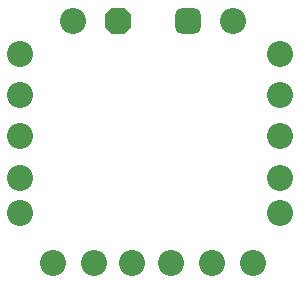
<source format=gbs>
G04*
G04 #@! TF.GenerationSoftware,Altium Limited,Altium Designer,23.8.1 (32)*
G04*
G04 Layer_Color=16711935*
%FSLAX44Y44*%
%MOMM*%
G71*
G04*
G04 #@! TF.SameCoordinates,3B59E7B3-2C0E-49A4-BCDC-1ACF37E1300C*
G04*
G04*
G04 #@! TF.FilePolarity,Negative*
G04*
G01*
G75*
%ADD14C,2.2032*%
G04:AMPARAMS|DCode=15|XSize=2.2032mm|YSize=2.2032mm|CornerRadius=0.6016mm|HoleSize=0mm|Usage=FLASHONLY|Rotation=270.000|XOffset=0mm|YOffset=0mm|HoleType=Round|Shape=RoundedRectangle|*
%AMROUNDEDRECTD15*
21,1,2.2032,1.0000,0,0,270.0*
21,1,1.0000,2.2032,0,0,270.0*
1,1,1.2032,-0.5000,-0.5000*
1,1,1.2032,-0.5000,0.5000*
1,1,1.2032,0.5000,0.5000*
1,1,1.2032,0.5000,-0.5000*
%
%ADD15ROUNDEDRECTD15*%
G04:AMPARAMS|DCode=16|XSize=2.2032mm|YSize=2.2032mm|CornerRadius=0mm|HoleSize=0mm|Usage=FLASHONLY|Rotation=270.000|XOffset=0mm|YOffset=0mm|HoleType=Round|Shape=Octagon|*
%AMOCTAGOND16*
4,1,8,-0.5508,-1.1016,0.5508,-1.1016,1.1016,-0.5508,1.1016,0.5508,0.5508,1.1016,-0.5508,1.1016,-1.1016,0.5508,-1.1016,-0.5508,-0.5508,-1.1016,0.0*
%
%ADD16OCTAGOND16*%

D14*
X742500Y875000D02*
D03*
Y810000D02*
D03*
Y840000D02*
D03*
Y910000D02*
D03*
Y945000D02*
D03*
X770000Y767500D02*
D03*
X805000D02*
D03*
X905000D02*
D03*
X870000D02*
D03*
X940000D02*
D03*
X962500Y810000D02*
D03*
Y840000D02*
D03*
Y910000D02*
D03*
Y875000D02*
D03*
Y945000D02*
D03*
X787500Y972500D02*
D03*
X922500D02*
D03*
X837500Y767500D02*
D03*
D15*
X885000Y972500D02*
D03*
D16*
X825000D02*
D03*
M02*

</source>
